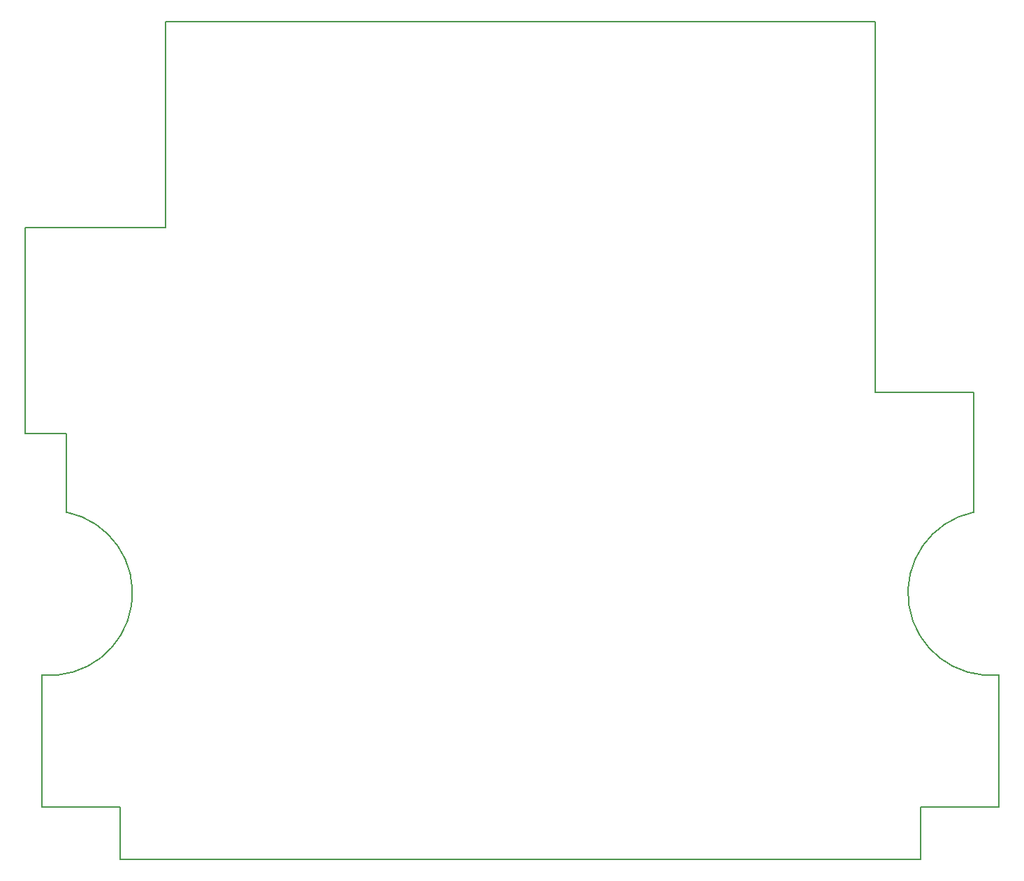
<source format=gbr>
G04 #@! TF.GenerationSoftware,KiCad,Pcbnew,5.1.5+dfsg1-2build2*
G04 #@! TF.CreationDate,2021-01-06T15:03:12+09:00*
G04 #@! TF.ProjectId,robot,726f626f-742e-46b6-9963-61645f706362,rev?*
G04 #@! TF.SameCoordinates,Original*
G04 #@! TF.FileFunction,Profile,NP*
%FSLAX46Y46*%
G04 Gerber Fmt 4.6, Leading zero omitted, Abs format (unit mm)*
G04 Created by KiCad (PCBNEW 5.1.5+dfsg1-2build2) date 2021-01-06 15:03:12*
%MOMM*%
%LPD*%
G04 APERTURE LIST*
%ADD10C,0.200000*%
G04 APERTURE END LIST*
D10*
X-20000000Y-56202041D02*
X-20000000Y-46700000D01*
X83500000Y-98300000D02*
X-13500000Y-98300000D01*
X83500000Y-92000000D02*
X83500000Y-98300000D01*
X-8000000Y3300000D02*
X78000000Y3300000D01*
X-25000000Y-21700000D02*
X-8000000Y-21700000D01*
X-25000000Y-46700000D02*
X-25000000Y-21700000D01*
X78000000Y3300000D02*
X78000000Y-41700000D01*
X-20000000Y-46700000D02*
X-25000000Y-46700000D01*
X-23000000Y-92000000D02*
X-23000000Y-75949874D01*
X-8000000Y-21700000D02*
X-8000000Y3300000D01*
X93000000Y-92000000D02*
X83500000Y-92000000D01*
X-13500000Y-98300000D02*
X-13500000Y-92000000D01*
X-20000000Y-56202041D02*
G75*
G02X-23000000Y-75949874I-2000000J-9797959D01*
G01*
X93000000Y-75949874D02*
X93000000Y-92000000D01*
X93000000Y-75949874D02*
G75*
G02X90000000Y-56202041I-1000000J9949874D01*
G01*
X90000000Y-41700000D02*
X90000000Y-56202041D01*
X78000000Y-41700000D02*
X90000000Y-41700000D01*
X-13500000Y-92000000D02*
X-23000000Y-92000000D01*
M02*

</source>
